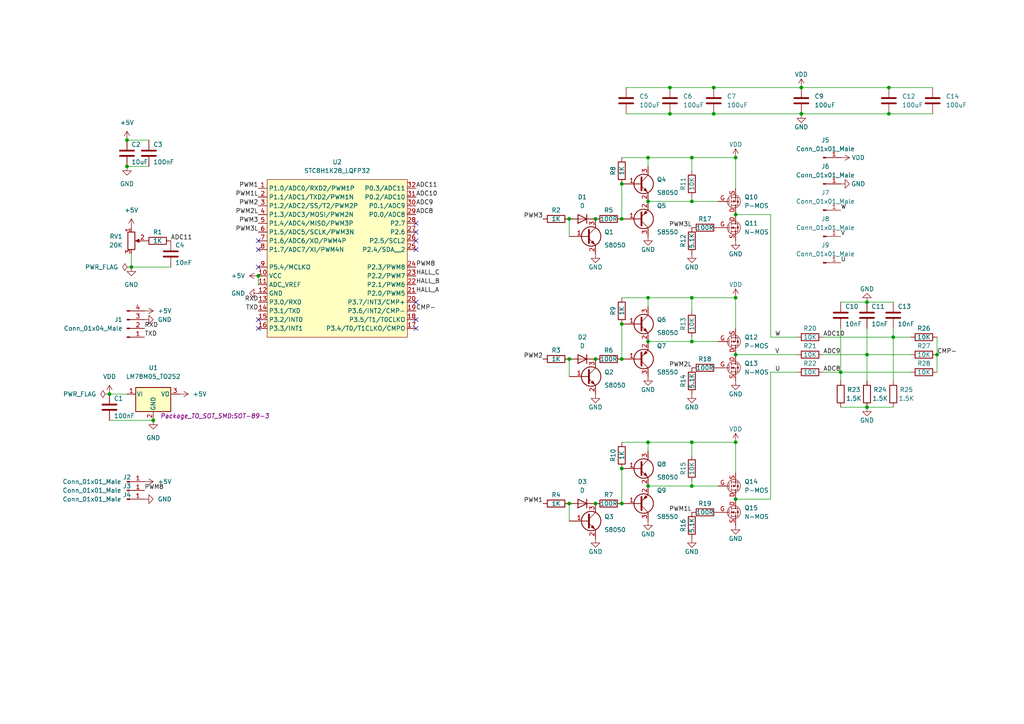
<source format=kicad_sch>
(kicad_sch (version 20211123) (generator eeschema)
  (paper "A4")
  (lib_symbols
    (symbol "Connector:Conn_01x01_Male" (pin_names (offset 1.016) hide)
      (property "Reference" "J" (at 0 2.54 0))
      (property "Value" "Conn_01x01_Male" (at 0 -2.54 0))
      (symbol "Conn_01x01_Male_1_1"
        (polyline (pts (xy 1.27 0) (xy 0.8636 0)) (stroke (width 0.1524)))
        (rectangle (start 0.8636 0.127) (end 0 -0.127) (stroke (width 0.1524)) (fill (type outline)))
        (pin passive line (at 5.08 0 180) (length 3.81) (name "Pin_1") (number "1"))
      )
    )
    (symbol "Connector:Conn_01x04_Male" (pin_names (offset 1.016) hide)
      (property "Reference" "J" (at 0 5.08 0))
      (property "Value" "Conn_01x04_Male" (at 0 -7.62 0))
      (symbol "Conn_01x04_Male_1_1"
        (polyline (pts (xy 1.27 -5.08) (xy 0.8636 -5.08)) (stroke (width 0.1524)))
        (polyline (pts (xy 1.27 -2.54) (xy 0.8636 -2.54)) (stroke (width 0.1524)))
        (polyline (pts (xy 1.27 0) (xy 0.8636 0)) (stroke (width 0.1524)))
        (polyline (pts (xy 1.27 2.54) (xy 0.8636 2.54)) (stroke (width 0.1524)))
        (rectangle (start 0.8636 -4.953) (end 0 -5.207) (stroke (width 0.1524)) (fill (type outline)))
        (rectangle (start 0.8636 -2.413) (end 0 -2.667) (stroke (width 0.1524)) (fill (type outline)))
        (rectangle (start 0.8636 0.127) (end 0 -0.127) (stroke (width 0.1524)) (fill (type outline)))
        (rectangle (start 0.8636 2.667) (end 0 2.413) (stroke (width 0.1524)) (fill (type outline)))
        (pin passive line (at 5.08 2.54 180) (length 3.81) (name "Pin_1") (number "1"))
        (pin passive line (at 5.08 0 180) (length 3.81) (name "Pin_2") (number "2"))
        (pin passive line (at 5.08 -2.54 180) (length 3.81) (name "Pin_3") (number "3"))
        (pin passive line (at 5.08 -5.08 180) (length 3.81) (name "Pin_4") (number "4"))
      )
    )
    (symbol "Del_Schlib:N-MOS" (pin_names hide)
      (property "Reference" "Q" (at 3.302 3.175 0))
      (property "Value" "N-MOS" (at 5.588 -2.54 0))
      (symbol "N-MOS_0_1"
        (polyline (pts (xy -1.27 0) (xy -0.635 0)))
        (polyline (pts (xy -0.635 0.889) (xy -0.635 -0.889)))
        (polyline (pts (xy 0 -0.762) (xy 0 -1.524)))
        (polyline (pts (xy 0 0.381) (xy 0 -0.381)))
        (polyline (pts (xy 0 1.524) (xy 0 0.762)))
        (polyline (pts (xy 1.27 -1.143) (xy 0 -1.143)))
        (polyline (pts (xy 1.27 1.143) (xy 0 1.143)))
        (polyline (pts (xy 1.651 0.254) (xy 2.159 0.254)))
        (polyline (pts (xy 1.27 -1.143) (xy 1.27 0) (xy 0 0)))
        (polyline (pts (xy 0 0) (xy 0.762 0.254) (xy 0.762 -0.254) (xy 0 0)))
        (polyline (pts (xy 1.27 -1.143) (xy 1.905 -1.143) (xy 1.905 1.143) (xy 1.27 1.143)))
        (polyline (pts (xy 1.905 0.254) (xy 1.651 -0.127) (xy 2.159 -0.127) (xy 1.905 0.254)))
        (circle (center 0.762 0) (radius 1.905))
        (circle (center 1.27 -1.143) (radius 0.127))
        (circle (center 1.27 1.143) (radius 0.127))
      )
      (symbol "N-MOS_1_1"
        (pin bidirectional line (at 1.27 3.81 270) (length 2.54) (name "D") (number "D"))
        (pin bidirectional line (at -3.81 0 0) (length 2.54) (name "G") (number "G"))
        (pin bidirectional line (at 1.27 -3.81 90) (length 2.54) (name "S") (number "S"))
      )
    )
    (symbol "Del_Schlib:P-MOS" (pin_names hide)
      (property "Reference" "Q" (at 3.302 3.175 0))
      (property "Value" "P-MOS" (at 5.588 -2.54 0))
      (symbol "P-MOS_0_1"
        (polyline (pts (xy -1.27 0) (xy -0.635 0)))
        (polyline (pts (xy -0.635 0.889) (xy -0.635 -0.889)))
        (polyline (pts (xy 0 -0.762) (xy 0 -1.524)))
        (polyline (pts (xy 0 0.381) (xy 0 -0.381)))
        (polyline (pts (xy 0 1.524) (xy 0 0.762)))
        (polyline (pts (xy 1.27 -1.143) (xy 0 -1.143)))
        (polyline (pts (xy 1.27 1.143) (xy 0 1.143)))
        (polyline (pts (xy 1.651 -0.127) (xy 2.159 -0.127)))
        (polyline (pts (xy 1.27 -1.143) (xy 1.27 0) (xy 0 0)))
        (polyline (pts (xy 1.27 -1.143) (xy 1.905 -1.143) (xy 1.905 1.143) (xy 1.27 1.143)))
        (polyline (pts (xy 1.27 0) (xy 0.635 0.254) (xy 0.635 -0.254) (xy 1.27 0)))
        (polyline (pts (xy 1.905 -0.127) (xy 1.651 0.254) (xy 2.159 0.254) (xy 1.905 -0.127)))
        (circle (center 0.762 0) (radius 1.905))
        (circle (center 1.27 -1.143) (radius 0.127))
        (circle (center 1.27 1.143) (radius 0.127))
      )
      (symbol "P-MOS_1_1"
        (pin bidirectional line (at 1.27 3.81 270) (length 2.54) (name "D") (number "D"))
        (pin bidirectional line (at -3.81 0 0) (length 2.54) (name "G") (number "G"))
        (pin bidirectional line (at 1.27 -3.81 90) (length 2.54) (name "S") (number "S"))
      )
    )
    (symbol "Del_Schlib:STC8H1K28_LQFP32"
      (property "Reference" "U" (at 1.27 1.27 0))
      (property "Value" "STC8H1K28_LQFP32" (at 30.48 1.27 0))
      (symbol "STC8H1K28_LQFP32_0_1"
        (rectangle (start 0 0) (end 40.64 -45.72) (fill (type background)))
      )
      (symbol "STC8H1K28_LQFP32_1_1"
        (pin bidirectional line (at -2.54 -2.54 0) (length 2.54) (name "P1.0/ADC0/RXD2/PWM1P") (number "1"))
        (pin power_in line (at -2.54 -27.94 0) (length 2.54) (name "VCC") (number "10"))
        (pin input line (at -2.54 -30.48 0) (length 2.54) (name "ADC_VREF") (number "11"))
        (pin power_in line (at -2.54 -33.02 0) (length 2.54) (name "GND") (number "12"))
        (pin bidirectional line (at -2.54 -35.56 0) (length 2.54) (name "P3.0/RXD") (number "13"))
        (pin bidirectional line (at -2.54 -38.1 0) (length 2.54) (name "P3.1/TXD") (number "14"))
        (pin bidirectional line (at -2.54 -40.64 0) (length 2.54) (name "P3.2/INT0") (number "15"))
        (pin bidirectional line (at -2.54 -43.18 0) (length 2.54) (name "P3.3/INT1") (number "16"))
        (pin bidirectional line (at 43.18 -43.18 180) (length 2.54) (name "P3.4/T0/T1CLKO/CMPO") (number "17"))
        (pin bidirectional line (at 43.18 -40.64 180) (length 2.54) (name "P3.5/T1/T0CLKO") (number "18"))
        (pin bidirectional line (at 43.18 -38.1 180) (length 2.54) (name "P3.6/INT2/CMP-") (number "19"))
        (pin bidirectional line (at -2.54 -5.08 0) (length 2.54) (name "P1.1/ADC1/TXD2/PWM1N") (number "2"))
        (pin bidirectional line (at 43.18 -35.56 180) (length 2.54) (name "P3.7/INT3/CMP+") (number "20"))
        (pin bidirectional line (at 43.18 -33.02 180) (length 2.54) (name "P2.0/PWM5") (number "21"))
        (pin bidirectional line (at 43.18 -30.48 180) (length 2.54) (name "P2.1/PWM6") (number "22"))
        (pin bidirectional line (at 43.18 -27.94 180) (length 2.54) (name "P2.2/PWM7") (number "23"))
        (pin bidirectional line (at 43.18 -25.4 180) (length 2.54) (name "P2.3/PWM8") (number "24"))
        (pin bidirectional line (at 43.18 -20.32 180) (length 2.54) (name "P2.4/SDA__2") (number "25"))
        (pin bidirectional line (at 43.18 -17.78 180) (length 2.54) (name "P2.5/SCL2") (number "26"))
        (pin bidirectional line (at 43.18 -15.24 180) (length 2.54) (name "P2.6") (number "27"))
        (pin bidirectional line (at 43.18 -12.7 180) (length 2.54) (name "P2.7") (number "28"))
        (pin bidirectional line (at 43.18 -10.16 180) (length 2.54) (name "P0.0/ADC8") (number "29"))
        (pin bidirectional line (at -2.54 -7.62 0) (length 2.54) (name "P1.2/ADC2/SS/T2/PWM2P") (number "3"))
        (pin bidirectional line (at 43.18 -7.62 180) (length 2.54) (name "P0.1/ADC9") (number "30"))
        (pin bidirectional line (at 43.18 -5.08 180) (length 2.54) (name "P0.2/ADC10") (number "31"))
        (pin bidirectional line (at 43.18 -2.54 180) (length 2.54) (name "P0.3/ADC11") (number "32"))
        (pin bidirectional line (at -2.54 -10.16 0) (length 2.54) (name "P1.3/ADC3/MOSI/PWM2N") (number "4"))
        (pin bidirectional line (at -2.54 -12.7 0) (length 2.54) (name "P1.4/ADC4/MISO/PWM3P") (number "5"))
        (pin bidirectional line (at -2.54 -15.24 0) (length 2.54) (name "P1.5/ADC5/SCLK/PWM3N") (number "6"))
        (pin bidirectional line (at -2.54 -17.78 0) (length 2.54) (name "P1.6/ADC6/XO/PWM4P") (number "7"))
        (pin bidirectional line (at -2.54 -20.32 0) (length 2.54) (name "P1.7/ADC7/XI/PWM4N") (number "8"))
        (pin bidirectional line (at -2.54 -25.4 0) (length 2.54) (name "P5.4/MCLKO") (number "9"))
      )
    )
    (symbol "Device:C" (pin_numbers hide) (pin_names (offset 0.254))
      (property "Reference" "C" (at 0.635 2.54 0))
      (property "Value" "C" (at 0.635 -2.54 0))
      (symbol "C_0_1"
        (polyline (pts (xy -2.032 -0.762) (xy 2.032 -0.762)) (stroke (width 0.508)))
        (polyline (pts (xy -2.032 0.762) (xy 2.032 0.762)) (stroke (width 0.508)))
      )
      (symbol "C_1_1"
        (pin passive line (at 0 3.81 270) (length 2.794) (name "~") (number "1"))
        (pin passive line (at 0 -3.81 90) (length 2.794) (name "~") (number "2"))
      )
    )
    (symbol "Device:D" (pin_numbers hide) (pin_names (offset 1.016) hide)
      (property "Reference" "D" (at 0 2.54 0))
      (property "Value" "D" (at 0 -2.54 0))
      (symbol "D_0_1"
        (polyline (pts (xy -1.27 1.27) (xy -1.27 -1.27)) (stroke (width 0.254)))
        (polyline (pts (xy 1.27 0) (xy -1.27 0)))
        (polyline (pts (xy 1.27 1.27) (xy 1.27 -1.27) (xy -1.27 0) (xy 1.27 1.27)) (stroke (width 0.254)))
      )
      (symbol "D_1_1"
        (pin passive line (at -3.81 0 0) (length 2.54) (name "K") (number "1"))
        (pin passive line (at 3.81 0 180) (length 2.54) (name "A") (number "2"))
      )
    )
    (symbol "Device:Q_NPN_BEC" (pin_names (offset 0) hide)
      (property "Reference" "Q" (at 5.08 1.27 0))
      (property "Value" "Q_NPN_BEC" (at 5.08 -1.27 0))
      (symbol "Q_NPN_BEC_0_1"
        (polyline (pts (xy 0.635 0.635) (xy 2.54 2.54)))
        (polyline (pts (xy 0.635 -0.635) (xy 2.54 -2.54) (xy 2.54 -2.54)))
        (polyline (pts (xy 0.635 1.905) (xy 0.635 -1.905) (xy 0.635 -1.905)) (stroke (width 0.508)))
        (polyline (pts (xy 1.27 -1.778) (xy 1.778 -1.27) (xy 2.286 -2.286) (xy 1.27 -1.778) (xy 1.27 -1.778)) (fill (type outline)))
        (circle (center 1.27 0) (radius 2.8194) (stroke (width 0.254)))
      )
      (symbol "Q_NPN_BEC_1_1"
        (pin input line (at -5.08 0 0) (length 5.715) (name "B") (number "1"))
        (pin passive line (at 2.54 -5.08 90) (length 2.54) (name "E") (number "2"))
        (pin passive line (at 2.54 5.08 270) (length 2.54) (name "C") (number "3"))
      )
    )
    (symbol "Device:Q_PNP_BEC" (pin_names (offset 0) hide)
      (property "Reference" "Q" (at 5.08 1.27 0))
      (property "Value" "Q_PNP_BEC" (at 5.08 -1.27 0))
      (symbol "Q_PNP_BEC_0_1"
        (polyline (pts (xy 0.635 0.635) (xy 2.54 2.54)))
        (polyline (pts (xy 0.635 -0.635) (xy 2.54 -2.54) (xy 2.54 -2.54)))
        (polyline (pts (xy 0.635 1.905) (xy 0.635 -1.905) (xy 0.635 -1.905)) (stroke (width 0.508)))
        (polyline (pts (xy 2.286 -1.778) (xy 1.778 -2.286) (xy 1.27 -1.27) (xy 2.286 -1.778) (xy 2.286 -1.778)) (fill (type outline)))
        (circle (center 1.27 0) (radius 2.8194) (stroke (width 0.254)))
      )
      (symbol "Q_PNP_BEC_1_1"
        (pin input line (at -5.08 0 0) (length 5.715) (name "B") (number "1"))
        (pin passive line (at 2.54 -5.08 90) (length 2.54) (name "E") (number "2"))
        (pin passive line (at 2.54 5.08 270) (length 2.54) (name "C") (number "3"))
      )
    )
    (symbol "Device:R" (pin_numbers hide) (pin_names (offset 0))
      (property "Reference" "R" (at 2.032 0 90))
      (property "Value" "R" (at 0 0 90))
      (symbol "R_0_1"
        (rectangle (start -1.016 -2.54) (end 1.016 2.54) (stroke (width 0.254)))
      )
      (symbol "R_1_1"
        (pin passive line (at 0 3.81 270) (length 1.27) (name "~") (number "1"))
        (pin passive line (at 0 -3.81 90) (length 1.27) (name "~") (number "2"))
      )
    )
    (symbol "Device:R_Potentiometer" (pin_names (offset 1.016) hide)
      (property "Reference" "RV" (at -4.445 0 90))
      (property "Value" "R_Potentiometer" (at -2.54 0 90))
      (symbol "R_Potentiometer_0_1"
        (polyline (pts (xy 2.54 0) (xy 1.524 0)))
        (polyline (pts (xy 1.143 0) (xy 2.286 0.508) (xy 2.286 -0.508) (xy 1.143 0)) (fill (type outline)))
        (rectangle (start 1.016 2.54) (end -1.016 -2.54) (stroke (width 0.254)))
      )
      (symbol "R_Potentiometer_1_1"
        (pin passive line (at 0 3.81 270) (length 1.27) (name "1") (number "1"))
        (pin passive line (at 3.81 0 180) (length 1.27) (name "2") (number "2"))
        (pin passive line (at 0 -3.81 90) (length 1.27) (name "3") (number "3"))
      )
    )
    (symbol "Regulator_Linear:LM78M05_TO252" (pin_names (offset 0.254))
      (property "Reference" "U" (at -3.81 3.175 0))
      (property "Value" "LM78M05_TO252" (at 0 3.175 0))
      (symbol "LM78M05_TO252_0_1"
        (rectangle (start -5.08 1.905) (end 5.08 -5.08) (stroke (width 0.254)) (fill (type background)))
      )
      (symbol "LM78M05_TO252_1_1"
        (pin power_in line (at -7.62 0 0) (length 2.54) (name "VI") (number "1"))
        (pin power_in line (at 0 -7.62 90) (length 2.54) (name "GND") (number "2"))
        (pin power_out line (at 7.62 0 180) (length 2.54) (name "VO") (number "3"))
      )
    )
    (symbol "power:+5V" (power) (pin_names (offset 0))
      (property "Value" "+5V" (at 0 3.556 0))
      (symbol "+5V_0_1"
        (polyline (pts (xy -0.762 1.27) (xy 0 2.54)))
        (polyline (pts (xy 0 0) (xy 0 2.54)))
        (polyline (pts (xy 0 2.54) (xy 0.762 1.27)))
      )
      (symbol "+5V_1_1"
        (pin power_in line (at 0 0 90) (length 0) hide (name "+5V") (number "1"))
      )
    )
    (symbol "power:GND" (power) (pin_names (offset 0))
      (property "Value" "GND" (at 0 -3.81 0))
      (symbol "GND_0_1"
        (polyline (pts (xy 0 0) (xy 0 -1.27) (xy 1.27 -1.27) (xy 0 -2.54) (xy -1.27 -1.27) (xy 0 -1.27)))
      )
      (symbol "GND_1_1"
        (pin power_in line (at 0 0 270) (length 0) hide (name "GND") (number "1"))
      )
    )
    (symbol "power:PWR_FLAG" (power) (pin_numbers hide) (pin_names (offset 0) hide)
      (property "Value" "PWR_FLAG" (at 0 3.81 0))
      (symbol "PWR_FLAG_0_0"
        (pin power_out line (at 0 0 90) (length 0) (name "pwr") (number "1"))
      )
      (symbol "PWR_FLAG_0_1"
        (polyline (pts (xy 0 0) (xy 0 1.27) (xy -1.016 1.905) (xy 0 2.54) (xy 1.016 1.905) (xy 0 1.27)))
      )
    )
    (symbol "power:VDD" (power) (pin_names (offset 0))
      (property "Value" "VDD" (at 0 3.81 0))
      (symbol "VDD_0_1"
        (polyline (pts (xy -0.762 1.27) (xy 0 2.54)))
        (polyline (pts (xy 0 0) (xy 0 2.54)))
        (polyline (pts (xy 0 2.54) (xy 0.762 1.27)))
      )
      (symbol "VDD_1_1"
        (pin power_in line (at 0 0 90) (length 0) hide (name "VDD") (number "1"))
      )
    )
  )
  (junction (at 172.72 146.05))
  (junction (at 200.66 86.36))
  (junction (at 200.66 45.72))
  (junction (at 257.81 33.02))
  (junction (at 38.1 77.47))
  (junction (at 180.34 135.89))
  (junction (at 180.34 63.5))
  (junction (at 213.36 128.27))
  (junction (at 31.75 114.3))
  (junction (at 187.96 128.27))
  (junction (at 200.66 58.42))
  (junction (at 74.93 80.01))
  (junction (at 213.36 62.23))
  (junction (at 194.31 25.4))
  (junction (at 251.46 118.11))
  (junction (at 165.1 104.14))
  (junction (at 200.66 140.97))
  (junction (at 200.66 128.27))
  (junction (at 187.96 140.97))
  (junction (at 165.1 63.5))
  (junction (at 180.34 104.14))
  (junction (at 213.36 102.87))
  (junction (at 187.96 58.42))
  (junction (at 44.45 121.92))
  (junction (at 243.84 107.95))
  (junction (at 257.81 25.4))
  (junction (at 251.46 87.63))
  (junction (at 180.34 146.05))
  (junction (at 180.34 53.34))
  (junction (at 213.36 86.36))
  (junction (at 194.31 33.02))
  (junction (at 207.01 25.4))
  (junction (at 187.96 86.36))
  (junction (at 172.72 63.5))
  (junction (at 213.36 45.72))
  (junction (at 232.41 25.4))
  (junction (at 172.72 104.14))
  (junction (at 36.83 48.26))
  (junction (at 251.46 102.87))
  (junction (at 271.78 102.87))
  (junction (at 200.66 99.06))
  (junction (at 259.08 97.79))
  (junction (at 207.01 33.02))
  (junction (at 187.96 45.72))
  (junction (at 36.83 40.64))
  (junction (at 187.96 99.06))
  (junction (at 165.1 146.05))
  (junction (at 180.34 93.98))
  (junction (at 232.41 33.02))
  (junction (at 213.36 144.78))
  (no_connect (at 120.65 87.63))
  (no_connect (at 120.65 95.25))
  (no_connect (at 120.65 92.71))
  (no_connect (at 74.93 77.47))
  (no_connect (at 74.93 95.25))
  (no_connect (at 74.93 92.71))
  (no_connect (at 120.65 72.39))
  (no_connect (at 120.65 64.77))
  (no_connect (at 120.65 69.85))
  (no_connect (at 120.65 67.31))
  (no_connect (at 74.93 69.85))
  (no_connect (at 74.93 72.39))
  (wire (pts (xy 180.34 128.27) (xy 187.96 128.27)))
  (wire (pts (xy 31.75 114.3) (xy 36.83 114.3)))
  (wire (pts (xy 200.66 45.72) (xy 213.36 45.72)))
  (wire (pts (xy 74.93 80.01) (xy 74.93 82.55)))
  (wire (pts (xy 251.46 118.11) (xy 259.08 118.11)))
  (wire (pts (xy 200.66 58.42) (xy 200.66 57.15)))
  (wire (pts (xy 232.41 33.02) (xy 257.81 33.02)))
  (wire (pts (xy 31.75 121.92) (xy 44.45 121.92)))
  (wire (pts (xy 200.66 140.97) (xy 200.66 139.7)))
  (wire (pts (xy 200.66 58.42) (xy 208.28 58.42)))
  (wire (pts (xy 271.78 102.87) (xy 271.78 107.95)))
  (wire (pts (xy 207.01 33.02) (xy 232.41 33.02)))
  (wire (pts (xy 200.66 99.06) (xy 200.66 97.79)))
  (wire (pts (xy 213.36 102.87) (xy 231.14 102.87)))
  (wire (pts (xy 180.34 93.98) (xy 180.34 104.14)))
  (wire (pts (xy 238.76 97.79) (xy 259.08 97.79)))
  (wire (pts (xy 165.1 63.5) (xy 165.1 68.58)))
  (wire (pts (xy 200.66 99.06) (xy 208.28 99.06)))
  (wire (pts (xy 238.76 102.87) (xy 251.46 102.87)))
  (wire (pts (xy 213.36 144.78) (xy 223.52 144.78)))
  (wire (pts (xy 187.96 86.36) (xy 200.66 86.36)))
  (wire (pts (xy 271.78 97.79) (xy 271.78 102.87)))
  (wire (pts (xy 238.76 107.95) (xy 243.84 107.95)))
  (wire (pts (xy 200.66 86.36) (xy 200.66 90.17)))
  (wire (pts (xy 181.61 25.4) (xy 194.31 25.4)))
  (wire (pts (xy 200.66 45.72) (xy 200.66 49.53)))
  (wire (pts (xy 259.08 95.25) (xy 259.08 97.79)))
  (wire (pts (xy 223.52 62.23) (xy 223.52 97.79)))
  (wire (pts (xy 187.96 140.97) (xy 200.66 140.97)))
  (wire (pts (xy 213.36 86.36) (xy 213.36 95.25)))
  (wire (pts (xy 257.81 33.02) (xy 270.51 33.02)))
  (wire (pts (xy 181.61 33.02) (xy 194.31 33.02)))
  (wire (pts (xy 243.84 87.63) (xy 251.46 87.63)))
  (wire (pts (xy 213.36 128.27) (xy 213.36 137.16)))
  (wire (pts (xy 165.1 104.14) (xy 165.1 109.22)))
  (wire (pts (xy 223.52 144.78) (xy 223.52 107.95)))
  (wire (pts (xy 213.36 45.72) (xy 213.36 54.61)))
  (wire (pts (xy 232.41 25.4) (xy 257.81 25.4)))
  (wire (pts (xy 213.36 62.23) (xy 223.52 62.23)))
  (wire (pts (xy 251.46 102.87) (xy 264.16 102.87)))
  (wire (pts (xy 223.52 97.79) (xy 231.14 97.79)))
  (wire (pts (xy 200.66 140.97) (xy 208.28 140.97)))
  (wire (pts (xy 38.1 77.47) (xy 38.1 73.66)))
  (wire (pts (xy 36.83 40.64) (xy 43.18 40.64)))
  (wire (pts (xy 180.34 53.34) (xy 180.34 63.5)))
  (wire (pts (xy 259.08 97.79) (xy 264.16 97.79)))
  (wire (pts (xy 257.81 25.4) (xy 270.51 25.4)))
  (wire (pts (xy 251.46 87.63) (xy 259.08 87.63)))
  (wire (pts (xy 251.46 95.25) (xy 251.46 102.87)))
  (wire (pts (xy 38.1 77.47) (xy 49.53 77.47)))
  (wire (pts (xy 180.34 135.89) (xy 180.34 146.05)))
  (wire (pts (xy 187.96 58.42) (xy 200.66 58.42)))
  (wire (pts (xy 187.96 86.36) (xy 187.96 88.9)))
  (wire (pts (xy 194.31 25.4) (xy 207.01 25.4)))
  (wire (pts (xy 187.96 128.27) (xy 200.66 128.27)))
  (wire (pts (xy 194.31 33.02) (xy 207.01 33.02)))
  (wire (pts (xy 243.84 118.11) (xy 251.46 118.11)))
  (wire (pts (xy 259.08 97.79) (xy 259.08 110.49)))
  (wire (pts (xy 180.34 86.36) (xy 187.96 86.36)))
  (wire (pts (xy 165.1 146.05) (xy 165.1 151.13)))
  (wire (pts (xy 243.84 95.25) (xy 243.84 107.95)))
  (wire (pts (xy 36.83 48.26) (xy 43.18 48.26)))
  (wire (pts (xy 207.01 25.4) (xy 232.41 25.4)))
  (wire (pts (xy 251.46 102.87) (xy 251.46 110.49)))
  (wire (pts (xy 180.34 45.72) (xy 187.96 45.72)))
  (wire (pts (xy 187.96 45.72) (xy 187.96 48.26)))
  (wire (pts (xy 243.84 107.95) (xy 264.16 107.95)))
  (wire (pts (xy 187.96 128.27) (xy 187.96 130.81)))
  (wire (pts (xy 200.66 128.27) (xy 213.36 128.27)))
  (wire (pts (xy 200.66 86.36) (xy 213.36 86.36)))
  (wire (pts (xy 187.96 99.06) (xy 200.66 99.06)))
  (wire (pts (xy 187.96 45.72) (xy 200.66 45.72)))
  (wire (pts (xy 223.52 107.95) (xy 231.14 107.95)))
  (wire (pts (xy 200.66 128.27) (xy 200.66 132.08)))
  (wire (pts (xy 243.84 107.95) (xy 243.84 110.49)))
  (label "PWM8" (at 120.65 77.47 0))
  (label "U" (at 243.84 76.2 0))
  (label "V" (at 243.84 68.58 0))
  (label "W" (at 224.79 97.79 0))
  (label "PWM3" (at 74.93 64.77 180))
  (label "PWM3" (at 157.48 63.5 180))
  (label "PWM1L" (at 200.66 148.59 180))
  (label "ADC8" (at 120.65 62.23 0))
  (label "PWM8" (at 41.91 142.24 0))
  (label "TXD" (at 74.93 90.17 180))
  (label "PWM1" (at 157.48 146.05 180))
  (label "ADC11" (at 120.65 54.61 0))
  (label "PWM2" (at 74.93 59.69 180))
  (label "HALL_A" (at 120.65 85.09 0))
  (label "ADC10" (at 120.65 57.15 0))
  (label "HALL_C" (at 120.65 80.01 0))
  (label "CMP-" (at 120.65 90.17 0))
  (label "PWM2" (at 157.48 104.14 180))
  (label "RXD" (at 41.91 95.25 0))
  (label "PWM2L" (at 74.93 62.23 180))
  (label "TXD" (at 41.91 97.79 0))
  (label "CMP-" (at 271.78 102.87 0))
  (label "PWM3L" (at 74.93 67.31 180))
  (label "ADC11" (at 49.53 69.85 0))
  (label "PWM1" (at 74.93 54.61 180))
  (label "HALL_B" (at 120.65 82.55 0))
  (label "ADC10" (at 238.76 97.79 0))
  (label "PWM3L" (at 200.66 66.04 180))
  (label "U" (at 224.79 107.95 0))
  (label "PWM1L" (at 74.93 57.15 180))
  (label "ADC9" (at 120.65 59.69 0))
  (label "W" (at 243.84 60.96 0))
  (label "RXD" (at 74.93 87.63 180))
  (label "ADC9" (at 238.76 102.87 0))
  (label "PWM2L" (at 200.66 106.68 180))
  (label "ADC8" (at 238.76 107.95 0))
  (label "V" (at 224.79 102.87 0))
  (symbol (lib_id "Device:R") (at 200.66 69.85 180) (unit 1)
    (property "Reference" "R12" (at 198.12 69.85 90))
    (property "Value" "5.1K" (at 200.66 69.85 90))
    (property "Footprint" "Resistor_SMD:R_0603_1608Metric_Pad0.98x0.95mm_HandSolder" (effects hide))
  )
  (symbol (lib_id "Connector:Conn_01x01_Male") (at 238.76 60.96 0) (unit 1)
    (property "Reference" "J7" (at 239.395 55.88 0))
    (property "Value" "Conn_01x01_Male" (at 239.395 58.42 0))
    (property "Footprint" "Del:PAD_RECT" (effects hide))
  )
  (symbol (lib_id "power:GND") (at 172.72 114.3 0) (unit 1)
    (property "Reference" "#PWR015" (effects hide))
    (property "Value" "GND" (at 172.72 118.11 0))
  )
  (symbol (lib_id "Del_Schlib:N-MOS") (at 212.09 148.59 0) (unit 1)
    (property "Reference" "Q15" (at 215.9 147.3199 0) (effects (justify left)))
    (property "Value" "N-MOS" (at 215.9 149.8599 0) (effects (justify left)))
    (property "Footprint" "Del:N-MOS-TO-252-2" (effects hide))
  )
  (symbol (lib_id "Device:C") (at 49.53 73.66 0) (unit 1)
    (property "Reference" "C4" (at 50.8 71.12 0) (effects (justify left)))
    (property "Value" "10nF" (at 50.8 76.2 0) (effects (justify left)))
    (property "Footprint" "Capacitor_SMD:C_0603_1608Metric_Pad1.08x0.95mm_HandSolder" (effects hide))
  )
  (symbol (lib_id "Device:C") (at 31.75 118.11 0) (unit 1)
    (property "Reference" "C1" (at 33.02 115.57 0) (effects (justify left)))
    (property "Value" "100nF" (at 33.02 120.65 0) (effects (justify left)))
    (property "Footprint" "Capacitor_SMD:C_0603_1608Metric_Pad1.08x0.95mm_HandSolder" (effects hide))
  )
  (symbol (lib_id "Device:D") (at 168.91 63.5 180) (unit 1)
    (property "Reference" "D1" (at 168.91 57.15 0))
    (property "Value" "D" (at 168.91 59.69 0))
    (property "Footprint" "Diode_SMD:D_SOD-123" (effects hide))
  )
  (symbol (lib_id "Device:Q_PNP_BEC") (at 185.42 146.05 0) (mirror x) (unit 1)
    (property "Reference" "Q9" (at 190.5 142.24 0) (effects (justify left)))
    (property "Value" "S8550" (at 190.5 149.86 0) (effects (justify left)))
    (property "Footprint" "Package_TO_SOT_SMD:SOT-23" (effects hide))
  )
  (symbol (lib_id "Device:Q_PNP_BEC") (at 185.42 104.14 0) (mirror x) (unit 1)
    (property "Reference" "Q7" (at 190.5 100.33 0) (effects (justify left)))
    (property "Value" "S8550" (at 190.5 107.95 0) (effects (justify left)))
    (property "Footprint" "Package_TO_SOT_SMD:SOT-23" (effects hide))
  )
  (symbol (lib_id "Device:C") (at 232.41 29.21 0) (unit 1)
    (property "Reference" "C9" (at 236.22 27.9399 0) (effects (justify left)))
    (property "Value" "100uF" (at 236.22 30.4799 0) (effects (justify left)))
    (property "Footprint" "Capacitor_SMD:C_1210_3225Metric" (effects hide))
  )
  (symbol (lib_id "Device:C") (at 36.83 44.45 0) (unit 1)
    (property "Reference" "C2" (at 38.1 41.91 0) (effects (justify left)))
    (property "Value" "10uF" (at 38.1 46.99 0) (effects (justify left)))
    (property "Footprint" "Capacitor_SMD:C_1206_3216Metric" (effects hide))
  )
  (symbol (lib_id "power:+5V") (at 52.07 114.3 270) (unit 1)
    (property "Reference" "#PWR011" (effects hide))
    (property "Value" "+5V" (at 55.88 114.2999 90) (effects (justify left)))
  )
  (symbol (lib_id "Device:R") (at 161.29 146.05 90) (unit 1)
    (property "Reference" "R4" (at 161.29 143.51 90))
    (property "Value" "1K" (at 161.29 146.05 90))
    (property "Footprint" "Resistor_SMD:R_0603_1608Metric_Pad0.98x0.95mm_HandSolder" (effects hide))
  )
  (symbol (lib_id "Device:Q_NPN_BEC") (at 185.42 93.98 0) (unit 1)
    (property "Reference" "Q6" (at 190.5 92.7099 0) (effects (justify left)))
    (property "Value" "S8050" (at 190.5 96.52 0) (effects (justify left)))
    (property "Footprint" "Package_TO_SOT_SMD:SOT-23" (effects hide))
  )
  (symbol (lib_id "Device:R") (at 200.66 93.98 180) (unit 1)
    (property "Reference" "R13" (at 198.12 93.98 90))
    (property "Value" "10K" (at 200.66 93.98 90))
    (property "Footprint" "Resistor_SMD:R_0603_1608Metric_Pad0.98x0.95mm_HandSolder" (effects hide))
  )
  (symbol (lib_id "Del_Schlib:P-MOS") (at 212.09 58.42 0) (mirror x) (unit 1)
    (property "Reference" "Q10" (at 215.9 57.1499 0) (effects (justify left)))
    (property "Value" "P-MOS" (at 215.9 59.6899 0) (effects (justify left)))
    (property "Footprint" "Del:P-MOS-TO-252-2" (effects hide))
  )
  (symbol (lib_id "Device:R") (at 204.47 106.68 90) (unit 1)
    (property "Reference" "R18" (at 204.47 104.14 90))
    (property "Value" "100R" (at 204.47 106.68 90))
    (property "Footprint" "Resistor_SMD:R_0603_1608Metric_Pad0.98x0.95mm_HandSolder" (effects hide))
  )
  (symbol (lib_id "Device:R") (at 200.66 135.89 180) (unit 1)
    (property "Reference" "R15" (at 198.12 135.89 90))
    (property "Value" "10K" (at 200.66 135.89 90))
    (property "Footprint" "Resistor_SMD:R_0603_1608Metric_Pad0.98x0.95mm_HandSolder" (effects hide))
  )
  (symbol (lib_id "Device:C") (at 257.81 29.21 0) (unit 1)
    (property "Reference" "C12" (at 261.62 27.9399 0) (effects (justify left)))
    (property "Value" "100uF" (at 261.62 30.4799 0) (effects (justify left)))
    (property "Footprint" "Capacitor_SMD:C_1210_3225Metric" (effects hide))
  )
  (symbol (lib_id "Del_Schlib:STC8H1K28_LQFP32") (at 77.47 52.07 0) (unit 1)
    (property "Reference" "U2" (at 97.79 46.99 0))
    (property "Value" "STC8H1K28_LQFP32" (at 97.79 49.53 0))
    (property "Footprint" "Package_QFP:LQFP-32_7x7mm_P0.8mm" (effects hide))
  )
  (symbol (lib_id "power:+5V") (at 41.91 90.17 270) (unit 1)
    (property "Reference" "#PWR06" (effects hide))
    (property "Value" "+5V" (at 45.72 90.1699 90) (effects (justify left)))
  )
  (symbol (lib_id "Device:R") (at 259.08 114.3 180) (unit 1)
    (property "Reference" "R25" (at 262.89 113.03 0))
    (property "Value" "1.5K" (at 262.89 115.57 0))
    (property "Footprint" "Resistor_SMD:R_0603_1608Metric_Pad0.98x0.95mm_HandSolder" (effects hide))
  )
  (symbol (lib_id "Device:R") (at 234.95 97.79 90) (unit 1)
    (property "Reference" "R20" (at 234.95 95.25 90))
    (property "Value" "10K" (at 234.95 97.79 90))
    (property "Footprint" "Resistor_SMD:R_0603_1608Metric_Pad0.98x0.95mm_HandSolder" (effects hide))
  )
  (symbol (lib_id "Device:R") (at 180.34 132.08 180) (unit 1)
    (property "Reference" "R10" (at 177.8 132.08 90))
    (property "Value" "1K" (at 180.34 132.08 90))
    (property "Footprint" "Resistor_SMD:R_0603_1608Metric_Pad0.98x0.95mm_HandSolder" (effects hide))
  )
  (symbol (lib_id "Device:C") (at 194.31 29.21 0) (unit 1)
    (property "Reference" "C6" (at 198.12 27.9399 0) (effects (justify left)))
    (property "Value" "100uF" (at 198.12 30.4799 0) (effects (justify left)))
    (property "Footprint" "Capacitor_SMD:C_1210_3225Metric" (effects hide))
  )
  (symbol (lib_id "Del_Schlib:N-MOS") (at 212.09 66.04 0) (unit 1)
    (property "Reference" "Q11" (at 215.9 64.7699 0) (effects (justify left)))
    (property "Value" "N-MOS" (at 215.9 67.3099 0) (effects (justify left)))
    (property "Footprint" "Del:N-MOS-TO-252-2" (effects hide))
  )
  (symbol (lib_id "power:PWR_FLAG") (at 31.75 114.3 90) (unit 1)
    (property "Reference" "#FLG01" (effects hide))
    (property "Value" "PWR_FLAG" (at 27.94 114.2999 90) (effects (justify left)))
  )
  (symbol (lib_id "Connector:Conn_01x01_Male") (at 36.83 139.7 0) (unit 1)
    (property "Reference" "J2" (at 36.83 138.43 0))
    (property "Value" "Conn_01x01_Male" (at 26.67 139.7 0))
    (property "Footprint" "Del:PAD_RECT" (effects hide))
  )
  (symbol (lib_id "power:GND") (at 243.84 53.34 90) (unit 1)
    (property "Reference" "#PWR032" (effects hide))
    (property "Value" "GND" (at 248.92 53.34 90))
  )
  (symbol (lib_id "Device:R") (at 234.95 107.95 90) (unit 1)
    (property "Reference" "R22" (at 234.95 105.41 90))
    (property "Value" "10K" (at 234.95 107.95 90))
    (property "Footprint" "Resistor_SMD:R_0603_1608Metric_Pad0.98x0.95mm_HandSolder" (effects hide))
  )
  (symbol (lib_id "power:VDD") (at 31.75 114.3 0) (unit 1)
    (property "Reference" "#PWR01" (effects hide))
    (property "Value" "VDD" (at 31.75 109.22 0))
  )
  (symbol (lib_id "power:VDD") (at 232.41 25.4 0) (unit 1)
    (property "Reference" "#PWR029" (effects hide))
    (property "Value" "VDD" (at 232.41 21.59 0))
  )
  (symbol (lib_id "Device:R") (at 180.34 49.53 180) (unit 1)
    (property "Reference" "R8" (at 177.8 49.53 90))
    (property "Value" "1K" (at 180.34 49.53 90))
    (property "Footprint" "Resistor_SMD:R_0603_1608Metric_Pad0.98x0.95mm_HandSolder" (effects hide))
  )
  (symbol (lib_id "Device:R") (at 234.95 102.87 90) (unit 1)
    (property "Reference" "R21" (at 234.95 100.33 90))
    (property "Value" "10K" (at 234.95 102.87 90))
    (property "Footprint" "Resistor_SMD:R_0603_1608Metric_Pad0.98x0.95mm_HandSolder" (effects hide))
  )
  (symbol (lib_id "power:+5V") (at 38.1 66.04 0) (unit 1)
    (property "Reference" "#PWR04" (effects hide))
    (property "Value" "+5V" (at 38.1 60.96 0))
  )
  (symbol (lib_id "Device:Q_PNP_BEC") (at 185.42 63.5 0) (mirror x) (unit 1)
    (property "Reference" "Q5" (at 190.5 59.69 0) (effects (justify left)))
    (property "Value" "S8550" (at 190.5 67.31 0) (effects (justify left)))
    (property "Footprint" "Package_TO_SOT_SMD:SOT-23" (effects hide))
  )
  (symbol (lib_id "Device:R") (at 204.47 148.59 90) (unit 1)
    (property "Reference" "R19" (at 204.47 146.05 90))
    (property "Value" "100R" (at 204.47 148.59 90))
    (property "Footprint" "Resistor_SMD:R_0603_1608Metric_Pad0.98x0.95mm_HandSolder" (effects hide))
  )
  (symbol (lib_id "power:GND") (at 213.36 69.85 0) (unit 1)
    (property "Reference" "#PWR024" (effects hide))
    (property "Value" "GND" (at 213.36 73.66 0))
  )
  (symbol (lib_id "Del_Schlib:P-MOS") (at 212.09 99.06 0) (mirror x) (unit 1)
    (property "Reference" "Q12" (at 215.9 97.7899 0) (effects (justify left)))
    (property "Value" "P-MOS" (at 215.9 100.3299 0) (effects (justify left)))
    (property "Footprint" "Del:P-MOS-TO-252-2" (effects hide))
  )
  (symbol (lib_id "Device:C") (at 43.18 44.45 0) (unit 1)
    (property "Reference" "C3" (at 44.45 41.91 0) (effects (justify left)))
    (property "Value" "100nF" (at 44.45 46.99 0) (effects (justify left)))
    (property "Footprint" "Capacitor_SMD:C_0603_1608Metric_Pad1.08x0.95mm_HandSolder" (effects hide))
  )
  (symbol (lib_id "Device:R") (at 251.46 114.3 180) (unit 1)
    (property "Reference" "R24" (at 255.27 113.03 0))
    (property "Value" "1.5K" (at 255.27 115.57 0))
    (property "Footprint" "Resistor_SMD:R_0603_1608Metric_Pad0.98x0.95mm_HandSolder" (effects hide))
  )
  (symbol (lib_id "Device:R") (at 200.66 53.34 180) (unit 1)
    (property "Reference" "R11" (at 198.12 53.34 90))
    (property "Value" "10K" (at 200.66 53.34 90))
    (property "Footprint" "Resistor_SMD:R_0603_1608Metric_Pad0.98x0.95mm_HandSolder" (effects hide))
  )
  (symbol (lib_id "power:GND") (at 172.72 73.66 0) (unit 1)
    (property "Reference" "#PWR014" (effects hide))
    (property "Value" "GND" (at 172.72 77.47 0))
  )
  (symbol (lib_id "power:GND") (at 38.1 77.47 0) (unit 1)
    (property "Reference" "#PWR05" (effects hide))
    (property "Value" "GND" (at 38.1 82.55 0))
  )
  (symbol (lib_id "power:GND") (at 213.36 110.49 0) (unit 1)
    (property "Reference" "#PWR026" (effects hide))
    (property "Value" "GND" (at 213.36 114.3 0))
  )
  (symbol (lib_id "power:GND") (at 187.96 68.58 0) (unit 1)
    (property "Reference" "#PWR017" (effects hide))
    (property "Value" "GND" (at 187.96 72.39 0))
  )
  (symbol (lib_id "Device:C") (at 243.84 91.44 0) (unit 1)
    (property "Reference" "C10" (at 245.11 88.9 0) (effects (justify left)))
    (property "Value" "10nF" (at 245.11 93.98 0) (effects (justify left)))
    (property "Footprint" "Capacitor_SMD:C_0603_1608Metric_Pad1.08x0.95mm_HandSolder" (effects hide))
  )
  (symbol (lib_id "Device:R") (at 267.97 102.87 90) (unit 1)
    (property "Reference" "R27" (at 267.97 100.33 90))
    (property "Value" "10K" (at 267.97 102.87 90))
    (property "Footprint" "Resistor_SMD:R_0603_1608Metric_Pad0.98x0.95mm_HandSolder" (effects hide))
  )
  (symbol (lib_id "Device:Q_NPN_BEC") (at 185.42 135.89 0) (unit 1)
    (property "Reference" "Q8" (at 190.5 134.6199 0) (effects (justify left)))
    (property "Value" "S8050" (at 190.5 138.43 0) (effects (justify left)))
    (property "Footprint" "Package_TO_SOT_SMD:SOT-23" (effects hide))
  )
  (symbol (lib_id "power:+5V") (at 36.83 40.64 0) (unit 1)
    (property "Reference" "#PWR02" (effects hide))
    (property "Value" "+5V" (at 36.83 35.56 0))
  )
  (symbol (lib_id "power:GND") (at 36.83 48.26 0) (unit 1)
    (property "Reference" "#PWR03" (effects hide))
    (property "Value" "GND" (at 36.83 53.34 0))
  )
  (symbol (lib_id "Connector:Conn_01x04_Male") (at 36.83 95.25 0) (mirror x) (unit 1)
    (property "Reference" "J1" (at 35.56 92.7099 0) (effects (justify right)))
    (property "Value" "Conn_01x04_Male" (at 35.56 95.2499 0) (effects (justify right)))
    (property "Footprint" "Del:SH1.0mm_4P_WT" (effects hide))
  )
  (symbol (lib_id "power:GND") (at 232.41 33.02 0) (unit 1)
    (property "Reference" "#PWR030" (effects hide))
    (property "Value" "GND" (at 232.41 36.83 0))
  )
  (symbol (lib_id "Connector:Conn_01x01_Male") (at 238.76 68.58 0) (unit 1)
    (property "Reference" "J8" (at 239.395 63.5 0))
    (property "Value" "Conn_01x01_Male" (at 239.395 66.04 0))
    (property "Footprint" "Del:PAD_RECT" (effects hide))
  )
  (symbol (lib_id "Device:R") (at 200.66 110.49 180) (unit 1)
    (property "Reference" "R14" (at 198.12 110.49 90))
    (property "Value" "5.1K" (at 200.66 110.49 90))
    (property "Footprint" "Resistor_SMD:R_0603_1608Metric_Pad0.98x0.95mm_HandSolder" (effects hide))
  )
  (symbol (lib_id "Device:C") (at 270.51 29.21 0) (unit 1)
    (property "Reference" "C14" (at 274.32 27.9399 0) (effects (justify left)))
    (property "Value" "100uF" (at 274.32 30.4799 0) (effects (justify left)))
    (property "Footprint" "Capacitor_SMD:C_1210_3225Metric" (effects hide))
  )
  (symbol (lib_id "Connector:Conn_01x01_Male") (at 36.83 142.24 0) (unit 1)
    (property "Reference" "J3" (at 36.83 140.97 0))
    (property "Value" "Conn_01x01_Male" (at 26.67 142.24 0))
    (property "Footprint" "Del:PAD_RECT" (effects hide))
  )
  (symbol (lib_id "power:GND") (at 44.45 121.92 0) (unit 1)
    (property "Reference" "#PWR010" (effects hide))
    (property "Value" "GND" (at 44.45 127 0))
  )
  (symbol (lib_id "power:VDD") (at 243.84 45.72 270) (unit 1)
    (property "Reference" "#PWR031" (effects hide))
    (property "Value" "VDD" (at 248.92 45.72 90))
  )
  (symbol (lib_id "Connector:Conn_01x01_Male") (at 238.76 76.2 0) (unit 1)
    (property "Reference" "J9" (at 239.395 71.12 0))
    (property "Value" "Conn_01x01_Male" (at 239.395 73.66 0))
    (property "Footprint" "Del:PAD_RECT" (effects hide))
  )
  (symbol (lib_id "power:GND") (at 74.93 85.09 270) (unit 1)
    (property "Reference" "#PWR013" (effects hide))
    (property "Value" "GND" (at 71.12 85.0899 90) (effects (justify right)))
  )
  (symbol (lib_id "Device:R") (at 267.97 97.79 90) (unit 1)
    (property "Reference" "R26" (at 267.97 95.25 90))
    (property "Value" "10K" (at 267.97 97.79 90))
    (property "Footprint" "Resistor_SMD:R_0603_1608Metric_Pad0.98x0.95mm_HandSolder" (effects hide))
  )
  (symbol (lib_id "Del_Schlib:N-MOS") (at 212.09 106.68 0) (unit 1)
    (property "Reference" "Q13" (at 215.9 105.4099 0) (effects (justify left)))
    (property "Value" "N-MOS" (at 215.9 107.9499 0) (effects (justify left)))
    (property "Footprint" "Del:N-MOS-TO-252-2" (effects hide))
  )
  (symbol (lib_id "power:GND") (at 41.91 144.78 90) (unit 1)
    (property "Reference" "#PWR09" (effects hide))
    (property "Value" "GND" (at 45.72 144.7799 90) (effects (justify right)))
  )
  (symbol (lib_id "Connector:Conn_01x01_Male") (at 238.76 53.34 0) (unit 1)
    (property "Reference" "J6" (at 239.395 48.26 0))
    (property "Value" "Conn_01x01_Male" (at 239.395 50.8 0))
    (property "Footprint" "Del:PAD_RECT" (effects hide))
  )
  (symbol (lib_id "Device:Q_NPN_BEC") (at 185.42 53.34 0) (unit 1)
    (property "Reference" "Q4" (at 190.5 52.0699 0) (effects (justify left)))
    (property "Value" "S8050" (at 190.5 55.88 0) (effects (justify left)))
    (property "Footprint" "Package_TO_SOT_SMD:SOT-23" (effects hide))
  )
  (symbol (lib_id "Del_Schlib:P-MOS") (at 212.09 140.97 0) (mirror x) (unit 1)
    (property "Reference" "Q14" (at 215.9 139.6999 0) (effects (justify left)))
    (property "Value" "P-MOS" (at 215.9 142.2399 0) (effects (justify left)))
    (property "Footprint" "Del:P-MOS-TO-252-2" (effects hide))
  )
  (symbol (lib_id "power:+5V") (at 74.93 80.01 90) (unit 1)
    (property "Reference" "#PWR012" (effects hide))
    (property "Value" "+5V" (at 71.12 80.0099 90) (effects (justify left)))
  )
  (symbol (lib_id "Device:R") (at 200.66 152.4 180) (unit 1)
    (property "Reference" "R16" (at 198.12 152.4 90))
    (property "Value" "5.1K" (at 200.66 152.4 90))
    (property "Footprint" "Resistor_SMD:R_0603_1608Metric_Pad0.98x0.95mm_HandSolder" (effects hide))
  )
  (symbol (lib_id "Connector:Conn_01x01_Male") (at 36.83 144.78 0) (unit 1)
    (property "Reference" "J4" (at 36.83 143.51 0))
    (property "Value" "Conn_01x01_Male" (at 26.67 144.78 0))
    (property "Footprint" "Del:PAD_RECT" (effects hide))
  )
  (symbol (lib_id "power:GND") (at 200.66 156.21 0) (unit 1)
    (property "Reference" "#PWR022" (effects hide))
    (property "Value" "GND" (at 200.66 160.02 0))
  )
  (symbol (lib_id "Regulator_Linear:LM78M05_TO252") (at 44.45 114.3 0) (unit 1)
    (property "Reference" "U1" (at 44.45 106.68 0))
    (property "Value" "LM78M05_TO252" (at 44.45 109.22 0))
    (property "Footprint" "Package_TO_SOT_SMD:SOT-89-3" (at 62.23 120.65 0) (effects (font italic)))
    (property "Datasheet" "https://www.onsemi.com/pub/Collateral/MC78M00-D.PDF" (effects hide))
  )
  (symbol (lib_id "Device:D") (at 168.91 104.14 180) (unit 1)
    (property "Reference" "D2" (at 168.91 97.79 0))
    (property "Value" "D" (at 168.91 100.33 0))
    (property "Footprint" "Diode_SMD:D_SOD-123" (effects hide))
  )
  (symbol (lib_id "Device:C") (at 181.61 29.21 0) (unit 1)
    (property "Reference" "C5" (at 185.42 27.9399 0) (effects (justify left)))
    (property "Value" "100uF" (at 185.42 30.4799 0) (effects (justify left)))
    (property "Footprint" "Capacitor_SMD:C_1210_3225Metric" (effects hide))
  )
  (symbol (lib_id "Device:D") (at 168.91 146.05 180) (unit 1)
    (property "Reference" "D3" (at 168.91 139.7 0))
    (property "Value" "D" (at 168.91 142.24 0))
    (property "Footprint" "Diode_SMD:D_SOD-123" (effects hide))
  )
  (symbol (lib_id "Device:R") (at 204.47 66.04 90) (unit 1)
    (property "Reference" "R17" (at 204.47 63.5 90))
    (property "Value" "100R" (at 204.47 66.04 90))
    (property "Footprint" "Resistor_SMD:R_0603_1608Metric_Pad0.98x0.95mm_HandSolder" (effects hide))
  )
  (symbol (lib_id "Device:C") (at 251.46 91.44 0) (unit 1)
    (property "Reference" "C11" (at 252.73 88.9 0) (effects (justify left)))
    (property "Value" "10nF" (at 252.73 93.98 0) (effects (justify left)))
    (property "Footprint" "Capacitor_SMD:C_0603_1608Metric_Pad1.08x0.95mm_HandSolder" (effects hide))
  )
  (symbol (lib_id "power:VDD") (at 213.36 128.27 0) (unit 1)
    (property "Reference" "#PWR027" (effects hide))
    (property "Value" "VDD" (at 213.36 124.46 0))
  )
  (symbol (lib_id "Device:R") (at 176.53 63.5 90) (unit 1)
    (property "Reference" "R5" (at 176.53 60.96 90))
    (property "Value" "100R" (at 176.53 63.5 90))
    (property "Footprint" "Resistor_SMD:R_0603_1608Metric_Pad0.98x0.95mm_HandSolder" (effects hide))
  )
  (symbol (lib_id "Device:R") (at 176.53 146.05 90) (unit 1)
    (property "Reference" "R7" (at 176.53 143.51 90))
    (property "Value" "100R" (at 176.53 146.05 90))
    (property "Footprint" "Resistor_SMD:R_0603_1608Metric_Pad0.98x0.95mm_HandSolder" (effects hide))
  )
  (symbol (lib_id "Device:R") (at 267.97 107.95 90) (unit 1)
    (property "Reference" "R28" (at 267.97 105.41 90))
    (property "Value" "10K" (at 267.97 107.95 90))
    (property "Footprint" "Resistor_SMD:R_0603_1608Metric_Pad0.98x0.95mm_HandSolder" (effects hide))
  )
  (symbol (lib_id "Device:R") (at 45.72 69.85 90) (unit 1)
    (property "Reference" "R1" (at 45.72 67.31 90))
    (property "Value" "1K" (at 45.72 69.85 90))
    (property "Footprint" "Resistor_SMD:R_0603_1608Metric_Pad0.98x0.95mm_HandSolder" (effects hide))
  )
  (symbol (lib_id "Device:C") (at 259.08 91.44 0) (unit 1)
    (property "Reference" "C13" (at 260.35 88.9 0) (effects (justify left)))
    (property "Value" "10nF" (at 260.35 93.98 0) (effects (justify left)))
    (property "Footprint" "Capacitor_SMD:C_0603_1608Metric_Pad1.08x0.95mm_HandSolder" (effects hide))
  )
  (symbol (lib_id "power:GND") (at 251.46 87.63 180) (unit 1)
    (property "Reference" "#PWR033" (effects hide))
    (property "Value" "GND" (at 251.46 83.82 0))
  )
  (symbol (lib_id "power:PWR_FLAG") (at 38.1 77.47 90) (unit 1)
    (property "Reference" "#FLG02" (effects hide))
    (property "Value" "PWR_FLAG" (at 34.29 77.4699 90) (effects (justify left)))
  )
  (symbol (lib_id "power:GND") (at 172.72 156.21 0) (unit 1)
    (property "Reference" "#PWR016" (effects hide))
    (property "Value" "GND" (at 172.72 160.02 0))
  )
  (symbol (lib_id "power:GND") (at 187.96 109.22 0) (unit 1)
    (property "Reference" "#PWR018" (effects hide))
    (property "Value" "GND" (at 187.96 113.03 0))
  )
  (symbol (lib_id "Device:R") (at 180.34 90.17 180) (unit 1)
    (property "Reference" "R9" (at 177.8 90.17 90))
    (property "Value" "1K" (at 180.34 90.17 90))
    (property "Footprint" "Resistor_SMD:R_0603_1608Metric_Pad0.98x0.95mm_HandSolder" (effects hide))
  )
  (symbol (lib_id "power:GND") (at 213.36 152.4 0) (unit 1)
    (property "Reference" "#PWR028" (effects hide))
    (property "Value" "GND" (at 213.36 156.21 0))
  )
  (symbol (lib_id "Device:R_Potentiometer") (at 38.1 69.85 0) (unit 1)
    (property "Reference" "RV1" (at 35.56 68.5799 0) (effects (justify right)))
    (property "Value" "20K" (at 35.56 71.1199 0) (effects (justify right)))
    (property "Footprint" "Potentiometer_SMD:Potentiometer_Bourns_3314J_Vertical" (effects hide))
  )
  (symbol (lib_id "power:GND") (at 200.66 73.66 0) (unit 1)
    (property "Reference" "#PWR020" (effects hide))
    (property "Value" "GND" (at 200.66 77.47 0))
  )
  (symbol (lib_id "power:GND") (at 187.96 151.13 0) (unit 1)
    (property "Reference" "#PWR019" (effects hide))
    (property "Value" "GND" (at 187.96 154.94 0))
  )
  (symbol (lib_id "Device:R") (at 243.84 114.3 180) (unit 1)
    (property "Reference" "R23" (at 247.65 113.03 0))
    (property "Value" "1.5K" (at 247.65 115.57 0))
    (property "Footprint" "Resistor_SMD:R_0603_1608Metric_Pad0.98x0.95mm_HandSolder" (effects hide))
  )
  (symbol (lib_id "power:GND") (at 41.91 92.71 90) (unit 1)
    (property "Reference" "#PWR07" (effects hide))
    (property "Value" "GND" (at 45.72 92.7099 90) (effects (justify right)))
  )
  (symbol (lib_id "power:+5V") (at 41.91 139.7 270) (unit 1)
    (property "Reference" "#PWR08" (effects hide))
    (property "Value" "+5V" (at 45.72 139.6999 90) (effects (justify left)))
  )
  (symbol (lib_id "Device:Q_NPN_BEC") (at 170.18 151.13 0) (unit 1)
    (property "Reference" "Q3" (at 175.26 149.8599 0) (effects (justify left)))
    (property "Value" "S8050" (at 175.26 153.67 0) (effects (justify left)))
    (property "Footprint" "Package_TO_SOT_SMD:SOT-23" (effects hide))
  )
  (symbol (lib_id "Device:R") (at 176.53 104.14 90) (unit 1)
    (property "Reference" "R6" (at 176.53 101.6 90))
    (property "Value" "100R" (at 176.53 104.14 90))
    (property "Footprint" "Resistor_SMD:R_0603_1608Metric_Pad0.98x0.95mm_HandSolder" (effects hide))
  )
  (symbol (lib_id "power:GND") (at 200.66 114.3 0) (unit 1)
    (property "Reference" "#PWR021" (effects hide))
    (property "Value" "GND" (at 200.66 118.11 0))
  )
  (symbol (lib_id "Device:R") (at 161.29 104.14 90) (unit 1)
    (property "Reference" "R3" (at 161.29 101.6 90))
    (property "Value" "1K" (at 161.29 104.14 90))
    (property "Footprint" "Resistor_SMD:R_0603_1608Metric_Pad0.98x0.95mm_HandSolder" (effects hide))
  )
  (symbol (lib_id "power:GND") (at 251.46 118.11 0) (unit 1)
    (property "Reference" "#PWR034" (effects hide))
    (property "Value" "GND" (at 251.46 121.92 0))
  )
  (symbol (lib_id "Device:Q_NPN_BEC") (at 170.18 109.22 0) (unit 1)
    (property "Reference" "Q2" (at 175.26 107.9499 0) (effects (justify left)))
    (property "Value" "S8050" (at 175.26 111.76 0) (effects (justify left)))
    (property "Footprint" "Package_TO_SOT_SMD:SOT-23" (effects hide))
  )
  (symbol (lib_id "Device:R") (at 161.29 63.5 90) (unit 1)
    (property "Reference" "R2" (at 161.29 60.96 90))
    (property "Value" "1K" (at 161.29 63.5 90))
    (property "Footprint" "Resistor_SMD:R_0603_1608Metric_Pad0.98x0.95mm_HandSolder" (effects hide))
  )
  (symbol (lib_id "Device:Q_NPN_BEC") (at 170.18 68.58 0) (unit 1)
    (property "Reference" "Q1" (at 175.26 67.3099 0) (effects (justify left)))
    (property "Value" "S8050" (at 175.26 71.12 0) (effects (justify left)))
    (property "Footprint" "Package_TO_SOT_SMD:SOT-23" (effects hide))
  )
  (symbol (lib_id "power:VDD") (at 213.36 45.72 0) (unit 1)
    (property "Reference" "#PWR023" (effects hide))
    (property "Value" "VDD" (at 213.36 41.91 0))
  )
  (symbol (lib_id "power:VDD") (at 213.36 86.36 0) (unit 1)
    (property "Reference" "#PWR025" (effects hide))
    (property "Value" "VDD" (at 213.36 82.55 0))
  )
  (symbol (lib_id "Connector:Conn_01x01_Male") (at 238.76 45.72 0) (unit 1)
    (property "Reference" "J5" (at 239.395 40.64 0))
    (property "Value" "Conn_01x01_Male" (at 239.395 43.18 0))
    (property "Footprint" "Del:PAD_RECT" (effects hide))
  )
  (symbol (lib_id "Device:C") (at 207.01 29.21 0) (unit 1)
    (property "Reference" "C7" (at 210.82 27.9399 0) (effects (justify left)))
    (property "Value" "100uF" (at 210.82 30.4799 0) (effects (justify left)))
    (property "Footprint" "Capacitor_SMD:C_1210_3225Metric" (effects hide))
  )
)
</source>
